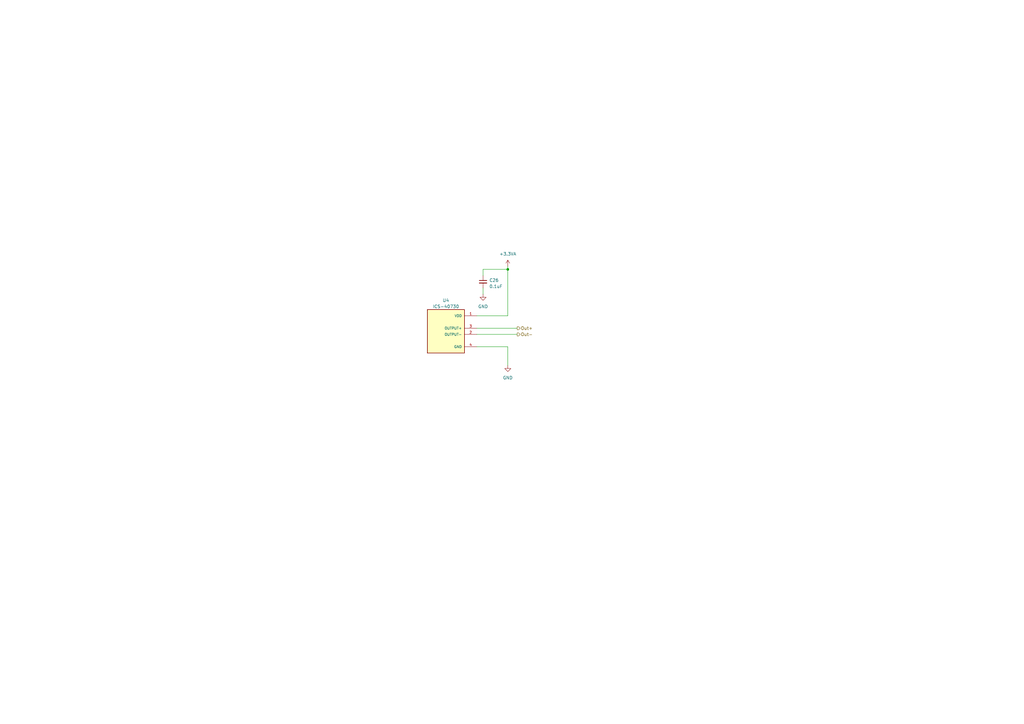
<source format=kicad_sch>
(kicad_sch (version 20231120) (generator "eeschema") (generator_version "8.0")
  (paper "A3")
  (lib_symbols
    (symbol "Device:C_Small" (pin_numbers hide) (pin_names (offset 0.254) hide)
      (property "Reference" "C" (at 0.254 1.778 0))
      (property "Value" "C_Small" (at 0.254 -2.032 0))
      (symbol "C_Small_0_1"
        (polyline (pts (xy -1.524 -0.508) (xy 1.524 -0.508)) (stroke (width 0.3302)))
        (polyline (pts (xy -1.524 0.508) (xy 1.524 0.508)) (stroke (width 0.3048)))
      )
      (symbol "C_Small_1_1"
        (pin passive line (at 0 2.54 270) (length 2.032) (name "~") (number "1"))
        (pin passive line (at 0 -2.54 90) (length 2.032) (name "~") (number "2"))
      )
    )
    (symbol "mic-test-pcb:ICS-40730" (pin_names (offset 1.016))
      (property "Reference" "U" (at -7.62 10.16 0))
      (property "Value" "ICS-40730" (at -7.62 -10.16 0))
      (symbol "ICS-40730_0_0"
        (rectangle (start -7.62 -7.62) (end 7.62 10.16) (stroke (width 0.254)) (fill (type background)))
        (pin power_in line (at 12.7 7.62 180) (length 5.08) (name "VDD") (number "1"))
        (pin output line (at 12.7 0 180) (length 5.08) (name "OUTPUT-") (number "2"))
        (pin output line (at 12.7 2.54 180) (length 5.08) (name "OUTPUT+") (number "3"))
        (pin power_in line (at 12.7 -5.08 180) (length 5.08) (name "GND") (number "4"))
      )
    )
    (symbol "power:+3.3VA" (power) (pin_numbers hide) (pin_names (offset 0) hide)
      (property "Value" "+3.3VA" (at 0 3.556 0))
      (symbol "+3.3VA_0_1"
        (polyline (pts (xy -0.762 1.27) (xy 0 2.54)))
        (polyline (pts (xy 0 0) (xy 0 2.54)))
        (polyline (pts (xy 0 2.54) (xy 0.762 1.27)))
      )
      (symbol "+3.3VA_1_1"
        (pin power_in line (at 0 0 90) (length 0) (name "~") (number "1"))
      )
    )
    (symbol "power:GND" (power) (pin_names (offset 0))
      (property "Value" "GND" (at 0 -3.81 0))
      (symbol "GND_0_1"
        (polyline (pts (xy 0 0) (xy 0 -1.27) (xy 1.27 -1.27) (xy 0 -2.54) (xy -1.27 -1.27) (xy 0 -1.27)))
      )
      (symbol "GND_1_1"
        (pin power_in line (at 0 0 270) (length 0) hide (name "GND") (number "1"))
      )
    )
  )
  (junction (at 208.28 110.49))
  (wire (pts (xy 198.12 118.11) (xy 198.12 120.65)))
  (wire (pts (xy 208.28 109.22) (xy 208.28 110.49)))
  (wire (pts (xy 208.28 110.49) (xy 208.28 129.54)))
  (wire (pts (xy 195.58 137.16) (xy 212.09 137.16)))
  (wire (pts (xy 195.58 129.54) (xy 208.28 129.54)))
  (wire (pts (xy 208.28 142.24) (xy 208.28 149.86)))
  (wire (pts (xy 198.12 113.03) (xy 198.12 110.49)))
  (wire (pts (xy 198.12 110.49) (xy 208.28 110.49)))
  (wire (pts (xy 195.58 134.62) (xy 212.09 134.62)))
  (wire (pts (xy 195.58 142.24) (xy 208.28 142.24)))
  (hierarchical_label "Out-" (shape output) (at 212.09 137.16 0))
  (hierarchical_label "Out+" (shape output) (at 212.09 134.62 0))
  (symbol (lib_id "power:GND") (at 208.28 149.86 0) (unit 1)
    (property "Reference" "#PWR022" (effects (hide yes)))
    (property "Value" "GND" (at 208.28 154.94 0))
    (instances (project "mic-test-pcb" (path "" (reference "#PWR022") (unit 1)) (path "" (reference "#PWR0113") (unit 1)) (path "" (reference "#PWR0116") (unit 1)) (path "" (reference "#PWR0119") (unit 1)) (path "" (reference "#PWR0122") (unit 1)) (path "" (reference "#PWR0125") (unit 1)) (path "" (reference "#PWR0128") (unit 1)) (path "" (reference "#PWR0131") (unit 1)) (path "" (reference "#PWR0134") (unit 1)) (path "" (reference "#PWR0137") (unit 1)) (path "" (reference "#PWR0140") (unit 1)) (path "" (reference "#PWR0143") (unit 1)) (path "" (reference "#PWR0146") (unit 1)) (path "" (reference "#PWR0149") (unit 1)) (path "" (reference "#PWR0152") (unit 1)) (path "" (reference "#PWR0155") (unit 1))))
  )
  (symbol (lib_id "power:GND") (at 198.12 120.65 0) (unit 1)
    (property "Reference" "#PWR020" (effects (hide yes)))
    (property "Value" "GND" (at 198.12 125.73 0))
    (instances (project "mic-test-pcb" (path "" (reference "#PWR020") (unit 1)) (path "" (reference "#PWR0111") (unit 1)) (path "" (reference "#PWR0114") (unit 1)) (path "" (reference "#PWR0117") (unit 1)) (path "" (reference "#PWR0120") (unit 1)) (path "" (reference "#PWR0123") (unit 1)) (path "" (reference "#PWR0126") (unit 1)) (path "" (reference "#PWR0129") (unit 1)) (path "" (reference "#PWR0132") (unit 1)) (path "" (reference "#PWR0135") (unit 1)) (path "" (reference "#PWR0138") (unit 1)) (path "" (reference "#PWR0141") (unit 1)) (path "" (reference "#PWR0144") (unit 1)) (path "" (reference "#PWR0147") (unit 1)) (path "" (reference "#PWR0150") (unit 1)) (path "" (reference "#PWR0153") (unit 1))))
  )
  (symbol (lib_id "Device:C_Small") (at 198.12 115.57 0) (unit 1)
    (property "Reference" "C26" (at 200.66 114.9413 0) (effects (justify left)))
    (property "Value" "0.1uF" (at 200.66 117.4813 0) (effects (justify left)))
    (property "Footprint" "Capacitor_SMD:C_0603_1608Metric" (effects (hide yes)))
    (property "Description" "CAP CER 0.1UF 10V X7R 0603" (effects (hide yes)))
    (property "Manufacturer" "KEMET" (effects (hide yes)))
    (property "Part Number" "C0603C104K8RAC7867" (effects (hide yes)))
    (property "Supplier" "Digi-Key" (effects (hide yes)))
    (property "Supplier Number" "399-C0603C104K8RAC7867CT-ND" (effects (hide yes)))
    (instances (project "mic-test-pcb" (path "" (reference "C26") (unit 1)) (path "" (reference "C186") (unit 1)) (path "" (reference "C187") (unit 1)) (path "" (reference "C188") (unit 1)) (path "" (reference "C189") (unit 1)) (path "" (reference "C190") (unit 1)) (path "" (reference "C191") (unit 1)) (path "" (reference "C192") (unit 1)) (path "" (reference "C193") (unit 1)) (path "" (reference "C194") (unit 1)) (path "" (reference "C195") (unit 1)) (path "" (reference "C196") (unit 1)) (path "" (reference "C197") (unit 1)) (path "" (reference "C198") (unit 1)) (path "" (reference "C199") (unit 1)) (path "" (reference "C200") (unit 1))))
  )
  (symbol (lib_id "power:+3.3VA") (at 208.28 109.22 0) (unit 1)
    (property "Reference" "#PWR021" (effects (hide yes)))
    (property "Value" "+3.3VA" (at 208.28 104.14 0))
    (property "Description" "Power symbol creates a global label with name \"+3.3VA\"" (effects (hide yes)))
    (instances (project "mic-test-pcb" (path "" (reference "#PWR021") (unit 1)) (path "" (reference "#PWR0112") (unit 1)) (path "" (reference "#PWR0115") (unit 1)) (path "" (reference "#PWR0118") (unit 1)) (path "" (reference "#PWR0121") (unit 1)) (path "" (reference "#PWR0124") (unit 1)) (path "" (reference "#PWR0127") (unit 1)) (path "" (reference "#PWR0130") (unit 1)) (path "" (reference "#PWR0133") (unit 1)) (path "" (reference "#PWR0136") (unit 1)) (path "" (reference "#PWR0139") (unit 1)) (path "" (reference "#PWR0142") (unit 1)) (path "" (reference "#PWR0145") (unit 1)) (path "" (reference "#PWR0148") (unit 1)) (path "" (reference "#PWR0151") (unit 1)) (path "" (reference "#PWR0154") (unit 1))))
  )
  (symbol (lib_id "mic-test-pcb:ICS-40730") (at 182.88 137.16 0) (unit 1)
    (property "Reference" "U4" (at 182.88 123.19 0))
    (property "Value" "ICS-40730" (at 182.88 125.73 0))
    (property "Footprint" "mic-test-board:MIC_ICS-40730" (effects (hide yes)))
    (property "Datasheet" "https://invensense.tdk.com/wp-content/uploads/2020/07/DS-000139-ICS-40730-v1.1.pdf" (effects (hide yes)))
    (property "Description" "\n25Hz ~ 20kHz Analog Microphone MEMS (Silicon) 1.5V ~ 3.63V Noise Cancelling (-32dB ±2dB @ 124dB SPL) Solder Pads\n" (effects (hide yes)))
    (property "MF" "TDK InvenSense" (effects (hide yes)))
    (property "MANUFACTURER" "TDK" (effects (hide yes)))
    (instances (project "mic-test-pcb" (path "" (reference "U4") (unit 1)) (path "" (reference "U15") (unit 1)) (path "" (reference "U16") (unit 1)) (path "" (reference "U17") (unit 1)) (path "" (reference "U18") (unit 1)) (path "" (reference "U19") (unit 1)) (path "" (reference "U20") (unit 1)) (path "" (reference "U21") (unit 1)) (path "" (reference "U25") (unit 1)) (path "" (reference "U26") (unit 1)) (path "" (reference "U27") (unit 1)) (path "" (reference "U28") (unit 1)) (path "" (reference "U29") (unit 1)) (path "" (reference "U30") (unit 1)) (path "" (reference "U31") (unit 1)) (path "" (reference "U32") (unit 1))))
  )
)
</source>
